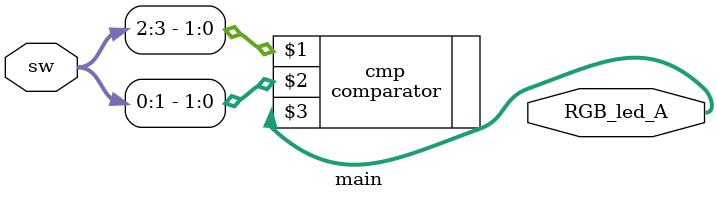
<source format=v>
`timescale 1ns / 1ps

module main(
    input [0:3]sw,
    output [0:2]RGB_led_A
    );
    
    comparator cmp(sw[2:3],sw[0:1],RGB_led_A); 
    
endmodule

</source>
